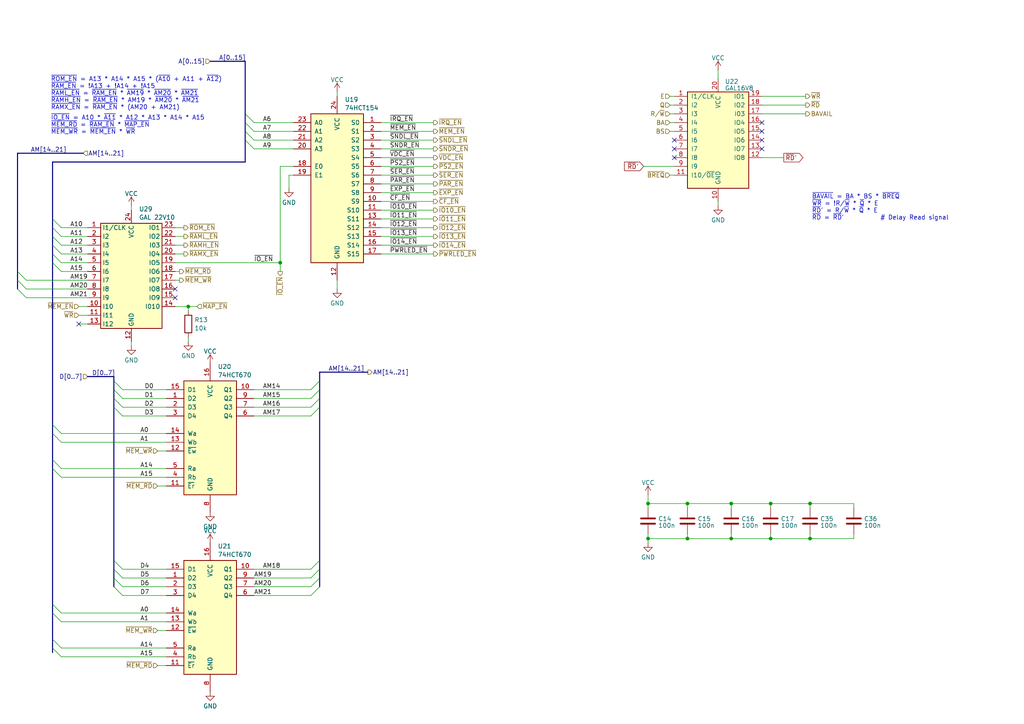
<source format=kicad_sch>
(kicad_sch (version 20231120) (generator "eeschema") (generator_version "8.0")
  (paper "A4")
  (lib_symbols
    (symbol "74xx:74LS154" (pin_names (offset 1.016))
      (property "Reference" "U" (at -7.62 21.59 0))
      (property "Value" "74LS154" (at -7.62 -24.13 0))
      (symbol "74LS154_1_0"
        (pin output line (at 12.7 17.78 180) (length 5.08) (name "S0") (number "1"))
        (pin output line (at 12.7 -5.08 180) (length 5.08) (name "S9") (number "10"))
        (pin output line (at 12.7 -7.62 180) (length 5.08) (name "S10") (number "11"))
        (pin power_in line (at 0 -27.94 90) (length 5.08) (name "GND") (number "12"))
        (pin output line (at 12.7 -10.16 180) (length 5.08) (name "S11") (number "13"))
        (pin output line (at 12.7 -12.7 180) (length 5.08) (name "S12") (number "14"))
        (pin output line (at 12.7 -15.24 180) (length 5.08) (name "S13") (number "15"))
        (pin output line (at 12.7 -17.78 180) (length 5.08) (name "S14") (number "16"))
        (pin output line (at 12.7 -20.32 180) (length 5.08) (name "S15") (number "17"))
        (pin input line (at -12.7 5.08 0) (length 5.08) (name "E0") (number "18"))
        (pin input line (at -12.7 2.54 0) (length 5.08) (name "E1") (number "19"))
        (pin output line (at 12.7 15.24 180) (length 5.08) (name "S1") (number "2"))
        (pin input line (at -12.7 10.16 0) (length 5.08) (name "A3") (number "20"))
        (pin input line (at -12.7 12.7 0) (length 5.08) (name "A2") (number "21"))
        (pin input line (at -12.7 15.24 0) (length 5.08) (name "A1") (number "22"))
        (pin input line (at -12.7 17.78 0) (length 5.08) (name "A0") (number "23"))
        (pin power_in line (at 0 25.4 270) (length 5.08) (name "VCC") (number "24"))
        (pin output line (at 12.7 12.7 180) (length 5.08) (name "S2") (number "3"))
        (pin output line (at 12.7 10.16 180) (length 5.08) (name "S3") (number "4"))
        (pin output line (at 12.7 7.62 180) (length 5.08) (name "S4") (number "5"))
        (pin output line (at 12.7 5.08 180) (length 5.08) (name "S5") (number "6"))
        (pin output line (at 12.7 2.54 180) (length 5.08) (name "S6") (number "7"))
        (pin output line (at 12.7 0 180) (length 5.08) (name "S7") (number "8"))
        (pin output line (at 12.7 -2.54 180) (length 5.08) (name "S8") (number "9"))
      )
      (symbol "74LS154_1_1"
        (rectangle (start -7.62 20.32) (end 7.62 -22.86) (stroke (width 0.254)) (fill (type background)))
      )
    )
    (symbol "74xx:74LS670" (pin_names (offset 1.016))
      (property "Reference" "U" (at -7.62 16.51 0))
      (property "Value" "74LS670" (at -7.62 -19.05 0))
      (symbol "74LS670_1_0"
        (pin input line (at -12.7 10.16 0) (length 5.08) (name "D2") (number "1"))
        (pin tri_state line (at 12.7 12.7 180) (length 5.08) (name "Q1") (number "10"))
        (pin input line (at -12.7 -15.24 0) (length 5.08) (name "~{Er}") (number "11"))
        (pin input line (at -12.7 -5.08 0) (length 5.08) (name "~{Ew}") (number "12"))
        (pin input line (at -12.7 -2.54 0) (length 5.08) (name "Wb") (number "13"))
        (pin input line (at -12.7 0 0) (length 5.08) (name "Wa") (number "14"))
        (pin input line (at -12.7 12.7 0) (length 5.08) (name "D1") (number "15"))
        (pin power_in line (at 0 20.32 270) (length 5.08) (name "VCC") (number "16"))
        (pin input line (at -12.7 7.62 0) (length 5.08) (name "D3") (number "2"))
        (pin input line (at -12.7 5.08 0) (length 5.08) (name "D4") (number "3"))
        (pin input line (at -12.7 -12.7 0) (length 5.08) (name "Rb") (number "4"))
        (pin input line (at -12.7 -10.16 0) (length 5.08) (name "Ra") (number "5"))
        (pin tri_state line (at 12.7 5.08 180) (length 5.08) (name "Q4") (number "6"))
        (pin tri_state line (at 12.7 7.62 180) (length 5.08) (name "Q3") (number "7"))
        (pin power_in line (at 0 -22.86 90) (length 5.08) (name "GND") (number "8"))
        (pin tri_state line (at 12.7 10.16 180) (length 5.08) (name "Q2") (number "9"))
      )
      (symbol "74LS670_1_1"
        (rectangle (start -7.62 15.24) (end 7.62 -17.78) (stroke (width 0.254)) (fill (type background)))
      )
    )
    (symbol "Device:C" (pin_numbers hide) (pin_names (offset 0.254))
      (property "Reference" "C" (at 0.635 2.54 0))
      (property "Value" "C" (at 0.635 -2.54 0))
      (symbol "C_0_1"
        (polyline (pts (xy -2.032 -0.762) (xy 2.032 -0.762)) (stroke (width 0.508)))
        (polyline (pts (xy -2.032 0.762) (xy 2.032 0.762)) (stroke (width 0.508)))
      )
      (symbol "C_1_1"
        (pin passive line (at 0 3.81 270) (length 2.794) (name "~") (number "1"))
        (pin passive line (at 0 -3.81 90) (length 2.794) (name "~") (number "2"))
      )
    )
    (symbol "Device:R" (pin_numbers hide) (pin_names (offset 0))
      (property "Reference" "R" (at 2.032 0 90))
      (property "Value" "R" (at 0 0 90))
      (symbol "R_0_1"
        (rectangle (start -1.016 -2.54) (end 1.016 2.54) (stroke (width 0.254)))
      )
      (symbol "R_1_1"
        (pin passive line (at 0 3.81 270) (length 1.27) (name "~") (number "1"))
        (pin passive line (at 0 -3.81 90) (length 1.27) (name "~") (number "2"))
      )
    )
    (symbol "Logic_Programmable:GAL16V8" (pin_names (offset 1.016))
      (property "Reference" "U" (at -8.89 16.51 0))
      (property "Value" "GAL16V8" (at 1.27 16.51 0))
      (symbol "GAL16V8_0_0"
        (pin power_in line (at 0 -17.78 90) (length 3.81) (name "GND") (number "10"))
        (pin power_in line (at 0 17.78 270) (length 3.81) (name "VCC") (number "20"))
      )
      (symbol "GAL16V8_0_1"
        (rectangle (start -8.89 13.97) (end 8.89 -13.97) (stroke (width 0.254)) (fill (type background)))
      )
      (symbol "GAL16V8_1_1"
        (pin input line (at -12.7 12.7 0) (length 3.81) (name "I1/CLK") (number "1"))
        (pin input line (at -12.7 -10.16 0) (length 3.81) (name "I10/~{OE}") (number "11"))
        (pin tri_state line (at 12.7 -5.08 180) (length 3.81) (name "IO8") (number "12"))
        (pin tri_state line (at 12.7 -2.54 180) (length 3.81) (name "IO7") (number "13"))
        (pin tri_state line (at 12.7 0 180) (length 3.81) (name "IO6") (number "14"))
        (pin tri_state line (at 12.7 2.54 180) (length 3.81) (name "IO5") (number "15"))
        (pin tri_state line (at 12.7 5.08 180) (length 3.81) (name "IO4") (number "16"))
        (pin tri_state line (at 12.7 7.62 180) (length 3.81) (name "I03") (number "17"))
        (pin tri_state line (at 12.7 10.16 180) (length 3.81) (name "IO2") (number "18"))
        (pin tri_state line (at 12.7 12.7 180) (length 3.81) (name "IO1") (number "19"))
        (pin input line (at -12.7 10.16 0) (length 3.81) (name "I2") (number "2"))
        (pin input line (at -12.7 7.62 0) (length 3.81) (name "I3") (number "3"))
        (pin input line (at -12.7 5.08 0) (length 3.81) (name "I4") (number "4"))
        (pin input line (at -12.7 2.54 0) (length 3.81) (name "I5") (number "5"))
        (pin input line (at -12.7 0 0) (length 3.81) (name "I6") (number "6"))
        (pin input line (at -12.7 -2.54 0) (length 3.81) (name "I7") (number "7"))
        (pin input line (at -12.7 -5.08 0) (length 3.81) (name "I8") (number "8"))
        (pin input line (at -12.7 -7.62 0) (length 3.81) (name "I9") (number "9"))
      )
    )
    (symbol "motherboard:GAL22V10"
      (property "Reference" "U29" (at -1.27 30.734 0))
      (property "Value" "GAL 22V10" (at 8.636 -2.794 0))
      (symbol "GAL22V10_0_1"
        (rectangle (start -1.27 29.21) (end 16.51 -1.27) (stroke (width 0.254)) (fill (type background)))
      )
      (symbol "GAL22V10_1_0"
        (pin power_in line (at 7.62 -5.08 90) (length 3.81) (name "GND") (number "12"))
        (pin power_in line (at 7.62 33.02 270) (length 3.81) (name "VCC") (number "24"))
      )
      (symbol "GAL22V10_1_1"
        (pin input line (at -5.08 27.94 0) (length 3.81) (name "I1/CLK") (number "1"))
        (pin input line (at -5.08 5.08 0) (length 3.81) (name "I10") (number "10"))
        (pin input line (at -5.08 2.54 0) (length 3.81) (name "I11") (number "11"))
        (pin input line (at -5.08 0 0) (length 3.81) (name "I12") (number "13"))
        (pin bidirectional line (at 20.32 5.08 180) (length 3.81) (name "I010") (number "14"))
        (pin bidirectional line (at 20.32 7.62 180) (length 3.81) (name "IO9") (number "15"))
        (pin bidirectional line (at 20.32 10.16 180) (length 3.81) (name "IO8") (number "16"))
        (pin bidirectional line (at 20.32 12.7 180) (length 3.81) (name "IO7") (number "17"))
        (pin bidirectional line (at 20.32 15.24 180) (length 3.81) (name "IO6") (number "18"))
        (pin bidirectional line (at 20.32 17.78 180) (length 3.81) (name "IO5") (number "19"))
        (pin input line (at -5.08 25.4 0) (length 3.81) (name "I2") (number "2"))
        (pin bidirectional line (at 20.32 20.32 180) (length 3.81) (name "IO4") (number "20"))
        (pin bidirectional line (at 20.32 22.86 180) (length 3.81) (name "I03") (number "21"))
        (pin bidirectional line (at 20.32 25.4 180) (length 3.81) (name "IO2") (number "22"))
        (pin bidirectional line (at 20.32 27.94 180) (length 3.81) (name "IO1") (number "23"))
        (pin input line (at -5.08 22.86 0) (length 3.81) (name "I3") (number "3"))
        (pin input line (at -5.08 20.32 0) (length 3.81) (name "I4") (number "4"))
        (pin input line (at -5.08 17.78 0) (length 3.81) (name "I5") (number "5"))
        (pin input line (at -5.08 15.24 0) (length 3.81) (name "I6") (number "6"))
        (pin input line (at -5.08 12.7 0) (length 3.81) (name "I7") (number "7"))
        (pin input line (at -5.08 10.16 0) (length 3.81) (name "I8") (number "8"))
        (pin input line (at -5.08 7.62 0) (length 3.81) (name "I9") (number "9"))
      )
    )
    (symbol "power:GND" (power) (pin_names (offset 0))
      (property "Value" "GND" (at 0 -3.81 0))
      (symbol "GND_0_1"
        (polyline (pts (xy 0 0) (xy 0 -1.27) (xy 1.27 -1.27) (xy 0 -2.54) (xy -1.27 -1.27) (xy 0 -1.27)))
      )
      (symbol "GND_1_1"
        (pin power_in line (at 0 0 270) (length 0) hide (name "GND") (number "1"))
      )
    )
    (symbol "power:VCC" (power) (pin_names (offset 0))
      (property "Value" "VCC" (at 0 3.81 0))
      (symbol "VCC_0_1"
        (polyline (pts (xy -0.762 1.27) (xy 0 2.54)))
        (polyline (pts (xy 0 0) (xy 0 2.54)))
        (polyline (pts (xy 0 2.54) (xy 0.762 1.27)))
      )
      (symbol "VCC_1_1"
        (pin power_in line (at 0 0 90) (length 0) hide (name "VCC") (number "1"))
      )
    )
  )
  (junction (at 212.09 146.05))
  (junction (at 199.39 156.21))
  (junction (at 187.96 146.05))
  (junction (at 223.52 156.21))
  (junction (at 234.95 156.21))
  (junction (at 187.96 156.21))
  (junction (at 54.61 88.9))
  (junction (at 223.52 146.05))
  (junction (at 81.28 76.2))
  (junction (at 234.95 146.05))
  (junction (at 199.39 146.05))
  (junction (at 212.09 156.21))
  (no_connect (at 50.8 86.36))
  (no_connect (at 195.58 40.64))
  (no_connect (at 220.98 40.64))
  (no_connect (at 220.98 35.56))
  (no_connect (at 220.98 38.1))
  (no_connect (at 50.8 83.82))
  (no_connect (at 220.98 43.18))
  (no_connect (at 195.58 45.72))
  (no_connect (at 22.86 93.98))
  (no_connect (at 195.58 43.18))
  (bus_entry (at 71.12 35.56) (size 2.54 2.54))
  (bus_entry (at 15.24 185.42) (size 2.54 2.54))
  (bus_entry (at 15.24 125.73) (size 2.54 2.54))
  (bus_entry (at 15.24 71.12) (size 2.54 2.54))
  (bus_entry (at 33.02 113.03) (size 2.54 2.54))
  (bus_entry (at 15.24 63.5) (size 2.54 2.54))
  (bus_entry (at 33.02 162.56) (size 2.54 2.54))
  (bus_entry (at 92.71 118.11) (size -2.54 2.54))
  (bus_entry (at 92.71 167.64) (size -2.54 2.54))
  (bus_entry (at 92.71 113.03) (size -2.54 2.54))
  (bus_entry (at 92.71 170.18) (size -2.54 2.54))
  (bus_entry (at 92.71 115.57) (size -2.54 2.54))
  (bus_entry (at 15.24 177.8) (size 2.54 2.54))
  (bus_entry (at 92.71 165.1) (size -2.54 2.54))
  (bus_entry (at 5.08 83.82) (size 2.54 2.54))
  (bus_entry (at 71.12 40.64) (size 2.54 2.54))
  (bus_entry (at 15.24 175.26) (size 2.54 2.54))
  (bus_entry (at 15.24 76.2) (size 2.54 2.54))
  (bus_entry (at 71.12 38.1) (size 2.54 2.54))
  (bus_entry (at 15.24 73.66) (size 2.54 2.54))
  (bus_entry (at 33.02 170.18) (size 2.54 2.54))
  (bus_entry (at 15.24 133.35) (size 2.54 2.54))
  (bus_entry (at 33.02 110.49) (size 2.54 2.54))
  (bus_entry (at 33.02 167.64) (size 2.54 2.54))
  (bus_entry (at 15.24 123.19) (size 2.54 2.54))
  (bus_entry (at 33.02 115.57) (size 2.54 2.54))
  (bus_entry (at 5.08 78.74) (size 2.54 2.54))
  (bus_entry (at 33.02 165.1) (size 2.54 2.54))
  (bus_entry (at 15.24 68.58) (size 2.54 2.54))
  (bus_entry (at 71.12 33.02) (size 2.54 2.54))
  (bus_entry (at 15.24 66.04) (size 2.54 2.54))
  (bus_entry (at 15.24 135.89) (size 2.54 2.54))
  (bus_entry (at 90.17 113.03) (size 2.54 -2.54))
  (bus_entry (at 90.17 165.1) (size 2.54 -2.54))
  (bus_entry (at 15.24 187.96) (size 2.54 2.54))
  (bus_entry (at 33.02 118.11) (size 2.54 2.54))
  (bus_entry (at 5.08 81.28) (size 2.54 2.54))
  (wire (pts (xy 233.68 33.02) (xy 220.98 33.02)))
  (wire (pts (xy 194.31 27.94) (xy 195.58 27.94)))
  (wire (pts (xy 223.52 146.05) (xy 223.52 147.32)))
  (wire (pts (xy 73.66 113.03) (xy 90.17 113.03)))
  (wire (pts (xy 17.78 138.43) (xy 48.26 138.43)))
  (wire (pts (xy 233.68 30.48) (xy 220.98 30.48)))
  (bus (pts (xy 15.24 123.19) (xy 15.24 125.73)))
  (bus (pts (xy 33.02 109.22) (xy 33.02 110.49)))
  (wire (pts (xy 35.56 115.57) (xy 48.26 115.57)))
  (bus (pts (xy 5.08 78.74) (xy 5.08 81.28)))
  (wire (pts (xy 35.56 165.1) (xy 48.26 165.1)))
  (bus (pts (xy 33.02 110.49) (xy 33.02 113.03)))
  (wire (pts (xy 50.8 68.58) (xy 53.34 68.58)))
  (wire (pts (xy 199.39 156.21) (xy 199.39 154.94)))
  (wire (pts (xy 110.49 73.66) (xy 125.73 73.66)))
  (wire (pts (xy 38.1 99.06) (xy 38.1 100.33)))
  (wire (pts (xy 45.72 140.97) (xy 48.26 140.97)))
  (wire (pts (xy 81.28 48.26) (xy 85.09 48.26)))
  (bus (pts (xy 92.71 110.49) (xy 92.71 113.03)))
  (wire (pts (xy 54.61 97.79) (xy 54.61 99.06)))
  (wire (pts (xy 194.31 38.1) (xy 195.58 38.1)))
  (wire (pts (xy 110.49 53.34) (xy 125.73 53.34)))
  (wire (pts (xy 110.49 55.88) (xy 125.73 55.88)))
  (wire (pts (xy 110.49 38.1) (xy 125.73 38.1)))
  (bus (pts (xy 60.96 17.78) (xy 71.12 17.78)))
  (wire (pts (xy 54.61 88.9) (xy 57.15 88.9)))
  (wire (pts (xy 17.78 66.04) (xy 25.4 66.04)))
  (bus (pts (xy 15.24 73.66) (xy 15.24 76.2)))
  (wire (pts (xy 247.65 156.21) (xy 247.65 154.94)))
  (wire (pts (xy 208.28 58.42) (xy 208.28 59.69)))
  (bus (pts (xy 15.24 133.35) (xy 15.24 135.89)))
  (bus (pts (xy 5.08 78.74) (xy 5.08 44.45)))
  (wire (pts (xy 187.96 156.21) (xy 187.96 157.48)))
  (wire (pts (xy 17.78 68.58) (xy 25.4 68.58)))
  (wire (pts (xy 199.39 156.21) (xy 212.09 156.21)))
  (wire (pts (xy 73.66 165.1) (xy 90.17 165.1)))
  (wire (pts (xy 17.78 73.66) (xy 25.4 73.66)))
  (wire (pts (xy 54.61 88.9) (xy 54.61 90.17)))
  (bus (pts (xy 92.71 115.57) (xy 92.71 118.11)))
  (wire (pts (xy 17.78 71.12) (xy 25.4 71.12)))
  (wire (pts (xy 81.28 76.2) (xy 81.28 48.26)))
  (wire (pts (xy 45.72 130.81) (xy 48.26 130.81)))
  (bus (pts (xy 92.71 107.95) (xy 92.71 110.49)))
  (wire (pts (xy 45.72 182.88) (xy 48.26 182.88)))
  (wire (pts (xy 110.49 71.12) (xy 125.73 71.12)))
  (bus (pts (xy 92.71 165.1) (xy 92.71 167.64)))
  (wire (pts (xy 73.66 38.1) (xy 85.09 38.1)))
  (wire (pts (xy 35.56 113.03) (xy 48.26 113.03)))
  (bus (pts (xy 71.12 40.64) (xy 71.12 46.99)))
  (wire (pts (xy 81.28 76.2) (xy 81.28 78.74)))
  (wire (pts (xy 212.09 156.21) (xy 223.52 156.21)))
  (wire (pts (xy 223.52 146.05) (xy 234.95 146.05)))
  (bus (pts (xy 15.24 177.8) (xy 15.24 185.42)))
  (wire (pts (xy 17.78 177.8) (xy 48.26 177.8)))
  (wire (pts (xy 110.49 40.64) (xy 125.73 40.64)))
  (wire (pts (xy 187.96 143.51) (xy 187.96 146.05)))
  (bus (pts (xy 15.24 46.99) (xy 15.24 63.5)))
  (wire (pts (xy 97.79 26.67) (xy 97.79 27.94)))
  (wire (pts (xy 199.39 146.05) (xy 199.39 147.32)))
  (wire (pts (xy 17.78 135.89) (xy 48.26 135.89)))
  (wire (pts (xy 73.66 115.57) (xy 90.17 115.57)))
  (wire (pts (xy 73.66 120.65) (xy 90.17 120.65)))
  (wire (pts (xy 38.1 59.69) (xy 38.1 60.96)))
  (wire (pts (xy 17.78 180.34) (xy 48.26 180.34)))
  (wire (pts (xy 73.66 43.18) (xy 85.09 43.18)))
  (wire (pts (xy 212.09 156.21) (xy 212.09 154.94)))
  (wire (pts (xy 35.56 120.65) (xy 48.26 120.65)))
  (wire (pts (xy 110.49 35.56) (xy 125.73 35.56)))
  (wire (pts (xy 186.69 48.26) (xy 195.58 48.26)))
  (bus (pts (xy 15.24 187.96) (xy 15.24 189.23)))
  (wire (pts (xy 17.78 125.73) (xy 48.26 125.73)))
  (bus (pts (xy 92.71 167.64) (xy 92.71 170.18)))
  (wire (pts (xy 50.8 81.28) (xy 52.07 81.28)))
  (bus (pts (xy 15.24 66.04) (xy 15.24 68.58)))
  (wire (pts (xy 110.49 63.5) (xy 125.73 63.5)))
  (wire (pts (xy 208.28 20.32) (xy 208.28 22.86)))
  (wire (pts (xy 110.49 58.42) (xy 125.73 58.42)))
  (wire (pts (xy 73.66 167.64) (xy 90.17 167.64)))
  (wire (pts (xy 194.31 35.56) (xy 195.58 35.56)))
  (wire (pts (xy 199.39 146.05) (xy 212.09 146.05)))
  (bus (pts (xy 15.24 175.26) (xy 15.24 177.8)))
  (wire (pts (xy 35.56 172.72) (xy 48.26 172.72)))
  (wire (pts (xy 212.09 146.05) (xy 223.52 146.05)))
  (wire (pts (xy 234.95 156.21) (xy 247.65 156.21)))
  (wire (pts (xy 233.68 27.94) (xy 220.98 27.94)))
  (bus (pts (xy 92.71 113.03) (xy 92.71 115.57)))
  (wire (pts (xy 234.95 146.05) (xy 234.95 147.32)))
  (wire (pts (xy 194.31 33.02) (xy 195.58 33.02)))
  (bus (pts (xy 92.71 118.11) (xy 92.71 162.56)))
  (bus (pts (xy 15.24 71.12) (xy 15.24 73.66)))
  (wire (pts (xy 110.49 43.18) (xy 125.73 43.18)))
  (wire (pts (xy 22.86 91.44) (xy 25.4 91.44)))
  (wire (pts (xy 17.78 76.2) (xy 25.4 76.2)))
  (bus (pts (xy 71.12 33.02) (xy 71.12 35.56)))
  (wire (pts (xy 17.78 187.96) (xy 48.26 187.96)))
  (bus (pts (xy 25.4 109.22) (xy 33.02 109.22)))
  (wire (pts (xy 187.96 146.05) (xy 199.39 146.05)))
  (wire (pts (xy 110.49 68.58) (xy 125.73 68.58)))
  (wire (pts (xy 247.65 146.05) (xy 247.65 147.32)))
  (wire (pts (xy 220.98 45.72) (xy 227.33 45.72)))
  (bus (pts (xy 33.02 113.03) (xy 33.02 115.57)))
  (wire (pts (xy 73.66 172.72) (xy 90.17 172.72)))
  (wire (pts (xy 187.96 156.21) (xy 199.39 156.21)))
  (wire (pts (xy 83.82 50.8) (xy 83.82 54.61)))
  (bus (pts (xy 71.12 46.99) (xy 15.24 46.99)))
  (wire (pts (xy 194.31 50.8) (xy 195.58 50.8)))
  (wire (pts (xy 110.49 50.8) (xy 125.73 50.8)))
  (wire (pts (xy 194.31 30.48) (xy 195.58 30.48)))
  (wire (pts (xy 85.09 35.56) (xy 73.66 35.56)))
  (wire (pts (xy 85.09 50.8) (xy 83.82 50.8)))
  (wire (pts (xy 22.86 93.98) (xy 25.4 93.98)))
  (wire (pts (xy 73.66 118.11) (xy 90.17 118.11)))
  (bus (pts (xy 15.24 125.73) (xy 15.24 133.35)))
  (wire (pts (xy 234.95 146.05) (xy 247.65 146.05)))
  (wire (pts (xy 7.62 86.36) (xy 25.4 86.36)))
  (wire (pts (xy 17.78 128.27) (xy 48.26 128.27)))
  (bus (pts (xy 106.68 107.95) (xy 92.71 107.95)))
  (bus (pts (xy 15.24 76.2) (xy 15.24 123.19)))
  (wire (pts (xy 50.8 71.12) (xy 53.34 71.12)))
  (wire (pts (xy 223.52 156.21) (xy 234.95 156.21)))
  (bus (pts (xy 15.24 68.58) (xy 15.24 71.12)))
  (wire (pts (xy 45.72 193.04) (xy 48.26 193.04)))
  (wire (pts (xy 50.8 66.04) (xy 53.34 66.04)))
  (bus (pts (xy 33.02 162.56) (xy 33.02 165.1)))
  (bus (pts (xy 71.12 38.1) (xy 71.12 40.64)))
  (wire (pts (xy 73.66 40.64) (xy 85.09 40.64)))
  (bus (pts (xy 33.02 115.57) (xy 33.02 118.11)))
  (bus (pts (xy 33.02 165.1) (xy 33.02 167.64)))
  (wire (pts (xy 50.8 88.9) (xy 54.61 88.9)))
  (wire (pts (xy 97.79 83.82) (xy 97.79 81.28)))
  (bus (pts (xy 5.08 83.82) (xy 5.08 81.28)))
  (wire (pts (xy 212.09 146.05) (xy 212.09 147.32)))
  (wire (pts (xy 7.62 81.28) (xy 25.4 81.28)))
  (wire (pts (xy 110.49 45.72) (xy 125.73 45.72)))
  (wire (pts (xy 187.96 146.05) (xy 187.96 147.32)))
  (wire (pts (xy 110.49 60.96) (xy 125.73 60.96)))
  (wire (pts (xy 7.62 83.82) (xy 25.4 83.82)))
  (wire (pts (xy 35.56 167.64) (xy 48.26 167.64)))
  (wire (pts (xy 187.96 154.94) (xy 187.96 156.21)))
  (bus (pts (xy 33.02 167.64) (xy 33.02 170.18)))
  (bus (pts (xy 92.71 162.56) (xy 92.71 165.1)))
  (wire (pts (xy 50.8 76.2) (xy 81.28 76.2)))
  (bus (pts (xy 5.08 44.45) (xy 24.13 44.45)))
  (wire (pts (xy 35.56 118.11) (xy 48.26 118.11)))
  (bus (pts (xy 15.24 135.89) (xy 15.24 175.26)))
  (wire (pts (xy 50.8 73.66) (xy 53.34 73.66)))
  (bus (pts (xy 15.24 185.42) (xy 15.24 187.96)))
  (wire (pts (xy 35.56 170.18) (xy 48.26 170.18)))
  (wire (pts (xy 50.8 78.74) (xy 52.07 78.74)))
  (bus (pts (xy 33.02 118.11) (xy 33.02 162.56)))
  (wire (pts (xy 22.86 88.9) (xy 25.4 88.9)))
  (bus (pts (xy 71.12 17.78) (xy 71.12 33.02)))
  (wire (pts (xy 110.49 48.26) (xy 125.73 48.26)))
  (wire (pts (xy 17.78 78.74) (xy 25.4 78.74)))
  (bus (pts (xy 15.24 63.5) (xy 15.24 66.04)))
  (wire (pts (xy 17.78 190.5) (xy 48.26 190.5)))
  (bus (pts (xy 71.12 35.56) (xy 71.12 38.1)))
  (wire (pts (xy 73.66 170.18) (xy 90.17 170.18)))
  (wire (pts (xy 223.52 156.21) (xy 223.52 154.94)))
  (wire (pts (xy 234.95 156.21) (xy 234.95 154.94)))
  (wire (pts (xy 110.49 66.04) (xy 125.73 66.04)))
  (text "~{BAVAIL} = BA * BS * ~{BREQ}\n~{WR} = !R/~{W} * ~{Q} * E\n~{RD}' = R/~{W} * ~{Q} * E\n~{RD} = ~{RD}'           # Delay Read signal" (at 235.458 60.198 0) (effects (font (size 1.27 1.27)) (justify left)))
  (text "~{IO_EN} = A10 * ~{A11} * A12 * A13 * A14 * A15\n~{MEM_RD} = ~{RAM_EN} * ~{MAP_EN}\n~{MEM_WR} = ~{MEM_EN} * ~{WR}" (at 14.732 36.322 0) (effects (font (size 1.27 1.27)) (justify left)))
  (text "~{ROM_EN} = A13 * A14 * A15 * (~{A10} + A11 + ~{A12})\n~{RAM_EN} = !A13 + !A14 + !A15\n~{RAML_EN} = ~{RAM_EN} * ~{AM19} * ~{AM20} * ~{AM21}\n~{RAMH_EN} = ~{RAM_EN} * AM19 * ~{AM20} * ~{AM21}\n~{RAMX_EN} = ~{RAM_EN} * (AM20 + AM21)" (at 14.732 27.178 0) (effects (font (size 1.27 1.27)) (justify left)))
  (label "~{IO14_EN}" (at 113.03 71.12 0))
  (label "A1" (at 40.64 180.34 0))
  (label "AM[14..21]" (at 8.89 44.45 0))
  (label "~{IO11_EN}" (at 113.03 63.5 0))
  (label "A14" (at 20.32 76.2 0))
  (label "D2" (at 41.91 118.11 0))
  (label "AM15" (at 76.2 115.57 0))
  (label "A6" (at 76.2 35.56 0))
  (label "AM17" (at 76.2 120.65 0))
  (label "AM20" (at 73.66 170.18 0))
  (label "~{IRQ_EN}" (at 113.03 35.56 0))
  (label "A13" (at 20.32 73.66 0))
  (label "A8" (at 76.2 40.64 0))
  (label "~{SNDR_EN}" (at 113.03 43.18 0))
  (label "~{VDC_EN}" (at 113.03 45.72 0))
  (label "AM19" (at 73.66 167.64 0))
  (label "A0" (at 40.64 177.8 0))
  (label "D6" (at 40.64 170.18 0))
  (label "A0" (at 40.64 125.73 0))
  (label "AM[14..21]" (at 95.25 107.95 0))
  (label "AM21" (at 20.32 86.36 0))
  (label "~{IO10_EN}" (at 113.03 60.96 0))
  (label "~{SER_EN}" (at 113.03 50.8 0))
  (label "AM14" (at 76.2 113.03 0))
  (label "AM21" (at 73.66 172.72 0))
  (label "A11" (at 20.32 68.58 0))
  (label "D[0..7]" (at 26.67 109.22 0))
  (label "~{IO13_EN}" (at 113.03 68.58 0))
  (label "D1" (at 41.91 115.57 0))
  (label "~{PWRLED_EN}" (at 113.03 73.66 0))
  (label "A1" (at 40.64 128.27 0))
  (label "D7" (at 40.64 172.72 0))
  (label "A15" (at 40.64 138.43 0))
  (label "~{PAR_EN}" (at 113.03 53.34 0))
  (label "A[0..15]" (at 63.5 17.78 0))
  (label "AM20" (at 20.32 83.82 0))
  (label "D3" (at 41.91 120.65 0))
  (label "A15" (at 40.64 190.5 0))
  (label "A12" (at 20.32 71.12 0))
  (label "D0" (at 41.91 113.03 0))
  (label "A10" (at 20.32 66.04 0))
  (label "AM19" (at 20.32 81.28 0))
  (label "~{MEM_EN}" (at 113.03 38.1 0))
  (label "~{PS2_EN}" (at 113.03 48.26 0))
  (label "AM16" (at 76.2 118.11 0))
  (label "~{SNDL_EN}" (at 113.03 40.64 0))
  (label "A14" (at 40.64 187.96 0))
  (label "D4" (at 40.64 165.1 0))
  (label "A15" (at 20.32 78.74 0))
  (label "~{CF_EN}" (at 113.03 58.42 0))
  (label "~{EXP_EN}" (at 113.03 55.88 0))
  (label "AM18" (at 76.2 165.1 0))
  (label "A9" (at 76.2 43.18 0))
  (label "D5" (at 40.64 167.64 0))
  (label "A7" (at 76.2 38.1 0))
  (label "~{IO12_EN}" (at 113.03 66.04 0))
  (label "A14" (at 40.64 135.89 0))
  (label "~{IO_EN}" (at 73.66 76.2 0))
  (global_label "~{RD}'" (shape input) (at 186.69 48.26 180) (property "Intersheetrefs" "${INTERSHEET_REFS}" (effects (hide yes))))
  (global_label "~{RD}'" (shape output) (at 227.33 45.72 0) (property "Intersheetrefs" "${INTERSHEET_REFS}" (effects (hide yes))))
  (hierarchical_label "BS" (shape input) (at 194.31 38.1 180))
  (hierarchical_label "BA" (shape input) (at 194.31 35.56 180))
  (hierarchical_label "~{MEM_WR}" (shape input) (at 45.72 182.88 180))
  (hierarchical_label "Q" (shape input) (at 194.31 30.48 180))
  (hierarchical_label "~{MEM_WR}" (shape input) (at 45.72 130.81 180))
  (hierarchical_label "~{PWRLED_EN}" (shape output) (at 125.73 73.66 0))
  (hierarchical_label "~{PS2_EN}" (shape output) (at 125.73 48.26 0))
  (hierarchical_label "~{IO11_EN}" (shape output) (at 125.73 63.5 0))
  (hierarchical_label "~{EXP_EN}" (shape output) (at 125.73 55.88 0))
  (hierarchical_label "~{MEM_EN}" (shape output) (at 125.73 38.1 0))
  (hierarchical_label "~{MEM_EN}" (shape input) (at 22.86 88.9 180))
  (hierarchical_label "~{RAMX_EN}" (shape output) (at 53.34 73.66 0))
  (hierarchical_label "~{ROM_EN}" (shape output) (at 53.34 66.04 0))
  (hierarchical_label "BAVAIL" (shape output) (at 233.68 33.02 0))
  (hierarchical_label "~{RAML_EN}" (shape output) (at 53.34 68.58 0))
  (hierarchical_label "A[0..15]" (shape input) (at 60.96 17.78 180))
  (hierarchical_label "~{RAMH_EN}" (shape output) (at 53.34 71.12 0))
  (hierarchical_label "~{MEM_WR}" (shape output) (at 52.07 81.28 0))
  (hierarchical_label "~{SNDR_EN}" (shape output) (at 125.73 43.18 0))
  (hierarchical_label "~{SNDL_EN}" (shape output) (at 125.73 40.64 0))
  (hierarchical_label "~{IO10_EN}" (shape output) (at 125.73 60.96 0))
  (hierarchical_label "~{VDC_EN}" (shape output) (at 125.73 45.72 0))
  (hierarchical_label "AM[14..21]" (shape output) (at 106.68 107.95 0))
  (hierarchical_label "D[0..7]" (shape input) (at 25.4 109.22 180))
  (hierarchical_label "E" (shape input) (at 194.31 27.94 180))
  (hierarchical_label "R{slash}~{W}" (shape input) (at 194.31 33.02 180))
  (hierarchical_label "~{MEM_RD}" (shape output) (at 52.07 78.74 0))
  (hierarchical_label "~{PAR_EN}" (shape output) (at 125.73 53.34 0))
  (hierarchical_label "~{IRQ_EN}" (shape output) (at 125.73 35.56 0))
  (hierarchical_label "~{MEM_RD}" (shape input) (at 45.72 140.97 180))
  (hierarchical_label "~{SER_EN}" (shape output) (at 125.73 50.8 0))
  (hierarchical_label "~{WR}" (shape input) (at 22.86 91.44 180))
  (hierarchical_label "~{RD}" (shape output) (at 233.68 30.48 0))
  (hierarchical_label "~{BREQ}" (shape input) (at 194.31 50.8 180))
  (hierarchical_label "AM[14..21]" (shape input) (at 24.13 44.45 0))
  (hierarchical_label "~{IO_EN}" (shape output) (at 81.28 78.74 270))
  (hierarchical_label "~{MAP_EN}" (shape input) (at 57.15 88.9 0))
  (hierarchical_label "~{IO13_EN}" (shape output) (at 125.73 68.58 0))
  (hierarchical_label "~{IO12_EN}" (shape output) (at 125.73 66.04 0))
  (hierarchical_label "~{MEM_RD}" (shape input) (at 45.72 193.04 180))
  (hierarchical_label "~{IO14_EN}" (shape output) (at 125.73 71.12 0))
  (hierarchical_label "~{CF_EN}" (shape output) (at 125.73 58.42 0))
  (hierarchical_label "~{WR}" (shape output) (at 233.68 27.94 0))
  (symbol (lib_id "Device:C") (at 212.09 151.13 0) (unit 1)
    (property "Reference" "C16" (at 215.011 150.4863 0) (effects (justify left)))
    (property "Value" "100n" (at 215.011 152.4073 0) (effects (justify left)))
    (property "Footprint" "Capacitor_THT:C_Disc_D5.0mm_W2.5mm_P2.50mm" (effects (hide yes)))
  )
  (symbol (lib_id "Device:C") (at 187.96 151.13 0) (unit 1)
    (property "Reference" "C14" (at 190.881 150.4863 0) (effects (justify left)))
    (property "Value" "100n" (at 190.881 152.4073 0) (effects (justify left)))
    (property "Footprint" "Capacitor_THT:C_Disc_D5.0mm_W2.5mm_P2.50mm" (effects (hide yes)))
  )
  (symbol (lib_id "Device:R") (at 54.61 93.98 0) (unit 1)
    (property "Reference" "R13" (at 56.388 92.7678 0) (effects (justify left)))
    (property "Value" "10k" (at 56.388 95.1921 0) (effects (justify left)))
    (property "Footprint" "Resistor_THT:R_Axial_DIN0204_L3.6mm_D1.6mm_P7.62mm_Horizontal" (effects (hide yes)))
    (property "Description" "Resistor" (effects (hide yes)))
  )
  (symbol (lib_id "power:GND") (at 83.82 54.61 0) (unit 1)
    (property "Reference" "#PWR049" (effects (hide yes)))
    (property "Value" "GND" (at 83.82 58.7455 0))
  )
  (symbol (lib_id "power:GND") (at 187.96 157.48 0) (unit 1)
    (property "Reference" "#PWR060" (effects (hide yes)))
    (property "Value" "GND" (at 187.96 161.6155 0))
  )
  (symbol (lib_id "Device:C") (at 234.95 151.13 0) (unit 1)
    (property "Reference" "C35" (at 237.871 150.4863 0) (effects (justify left)))
    (property "Value" "100n" (at 237.871 152.4073 0) (effects (justify left)))
    (property "Footprint" "Capacitor_THT:C_Disc_D5.0mm_W2.5mm_P2.50mm" (effects (hide yes)))
  )
  (symbol (lib_id "Device:C") (at 199.39 151.13 0) (unit 1)
    (property "Reference" "C15" (at 202.311 150.4863 0) (effects (justify left)))
    (property "Value" "100n" (at 202.311 152.4073 0) (effects (justify left)))
    (property "Footprint" "Capacitor_THT:C_Disc_D5.0mm_W2.5mm_P2.50mm" (effects (hide yes)))
  )
  (symbol (lib_id "74xx:74LS670") (at 60.96 177.8 0) (unit 1)
    (property "Reference" "U21" (at 63.1541 158.4155 0) (effects (justify left)))
    (property "Value" "74HCT670" (at 63.1541 160.8398 0) (effects (justify left)))
    (property "Footprint" "Package_DIP:DIP-16_W7.62mm_Socket" (effects (hide yes)))
    (property "Datasheet" "http://www.ti.com/lit/gpn/sn74LS670" (effects (hide yes)))
    (property "Description" "4 x 4 Register Files 3-State Outputs" (effects (hide yes)))
  )
  (symbol (lib_id "Device:C") (at 247.65 151.13 0) (unit 1)
    (property "Reference" "C36" (at 250.571 150.4863 0) (effects (justify left)))
    (property "Value" "100n" (at 250.571 152.4073 0) (effects (justify left)))
    (property "Footprint" "Capacitor_THT:C_Disc_D5.0mm_W2.5mm_P2.50mm" (effects (hide yes)))
  )
  (symbol (lib_id "power:GND") (at 97.79 83.82 0) (unit 1)
    (property "Reference" "#PWR046" (effects (hide yes)))
    (property "Value" "GND" (at 97.79 87.9555 0))
  )
  (symbol (lib_id "power:GND") (at 208.28 59.69 0) (unit 1)
    (property "Reference" "#PWR059" (effects (hide yes)))
    (property "Value" "GND" (at 208.28 63.8255 0))
  )
  (symbol (lib_id "power:VCC") (at 208.28 20.32 0) (unit 1)
    (property "Reference" "#PWR058" (effects (hide yes)))
    (property "Value" "VCC" (at 208.28 16.8181 0))
  )
  (symbol (lib_id "power:VCC") (at 187.96 143.51 0) (unit 1)
    (property "Reference" "#PWR054" (effects (hide yes)))
    (property "Value" "VCC" (at 187.96 140.0081 0))
  )
  (symbol (lib_id "74xx:74LS670") (at 60.96 125.73 0) (unit 1)
    (property "Reference" "U20" (at 63.1541 106.3455 0) (effects (justify left)))
    (property "Value" "74HCT670" (at 63.1541 108.7698 0) (effects (justify left)))
    (property "Footprint" "Package_DIP:DIP-16_W7.62mm_Socket" (effects (hide yes)))
    (property "Datasheet" "http://www.ti.com/lit/gpn/sn74LS670" (effects (hide yes)))
    (property "Description" "4 x 4 Register Files 3-State Outputs" (effects (hide yes)))
  )
  (symbol (lib_id "power:GND") (at 54.61 99.06 0) (unit 1)
    (property "Reference" "#PWR048" (effects (hide yes)))
    (property "Value" "GND" (at 54.61 103.1955 0))
  )
  (symbol (lib_id "74xx:74LS154") (at 97.79 53.34 0) (unit 1)
    (property "Reference" "U19" (at 99.9841 28.8755 0) (effects (justify left)))
    (property "Value" "74HCT154" (at 99.9841 31.2998 0) (effects (justify left)))
    (property "Footprint" "Package_DIP:DIP-24_W15.24mm_Socket" (effects (hide yes)))
    (property "Datasheet" "http://www.ti.com/lit/gpn/sn74LS154" (effects (hide yes)))
    (property "Description" "Decoder 4 to 16" (effects (hide yes)))
  )
  (symbol (lib_id "power:GND") (at 60.96 200.66 0) (unit 1)
    (property "Reference" "#PWR051" (effects (hide yes)))
    (property "Value" "GND" (at 60.96 204.7955 0))
  )
  (symbol (lib_id "power:VCC") (at 38.1 59.69 0) (unit 1)
    (property "Reference" "#PWR091" (effects (hide yes)))
    (property "Value" "VCC" (at 38.1 56.1881 0))
  )
  (symbol (lib_id "Logic_Programmable:GAL16V8") (at 208.28 40.64 0) (unit 1)
    (property "Reference" "U22" (at 210.2359 23.6601 0) (effects (justify left)))
    (property "Value" "GAL16V8" (at 210.2359 25.5811 0) (effects (justify left)))
    (property "Footprint" "Package_DIP:DIP-20_W7.62mm_Socket" (effects (hide yes)))
  )
  (symbol (lib_id "power:VCC") (at 60.96 105.41 0) (unit 1)
    (property "Reference" "#PWR0100" (effects (hide yes)))
    (property "Value" "VCC" (at 60.96 101.9081 0))
  )
  (symbol (lib_id "power:GND") (at 38.1 100.33 0) (unit 1)
    (property "Reference" "#PWR090" (effects (hide yes)))
    (property "Value" "GND" (at 38.1 104.4655 0))
  )
  (symbol (lib_id "power:GND") (at 60.96 148.59 0) (unit 1)
    (property "Reference" "#PWR093" (effects (hide yes)))
    (property "Value" "GND" (at 60.96 152.7255 0))
  )
  (symbol (lib_id "power:VCC") (at 60.96 157.48 0) (unit 1)
    (property "Reference" "#PWR047" (effects (hide yes)))
    (property "Value" "VCC" (at 60.96 153.9781 0))
  )
  (symbol (lib_id "Device:C") (at 223.52 151.13 0) (unit 1)
    (property "Reference" "C17" (at 226.441 150.4863 0) (effects (justify left)))
    (property "Value" "100n" (at 226.441 152.4073 0) (effects (justify left)))
    (property "Footprint" "Capacitor_THT:C_Disc_D5.0mm_W2.5mm_P2.50mm" (effects (hide yes)))
  )
  (symbol (lib_id "power:VCC") (at 97.79 26.67 0) (unit 1)
    (property "Reference" "#PWR050" (effects (hide yes)))
    (property "Value" "VCC" (at 97.79 23.1681 0))
  )
  (symbol (lib_id "motherboard:GAL22V10") (at 30.48 93.98 0) (unit 1)
    (property "Reference" "U29" (at 40.2941 60.6255 0) (effects (justify left)))
    (property "Value" "GAL 22V10" (at 40.2941 63.0498 0) (effects (justify left)))
    (property "Footprint" "Package_DIP:DIP-24_W7.62mm_Socket" (effects (hide yes)))
  )
)
</source>
